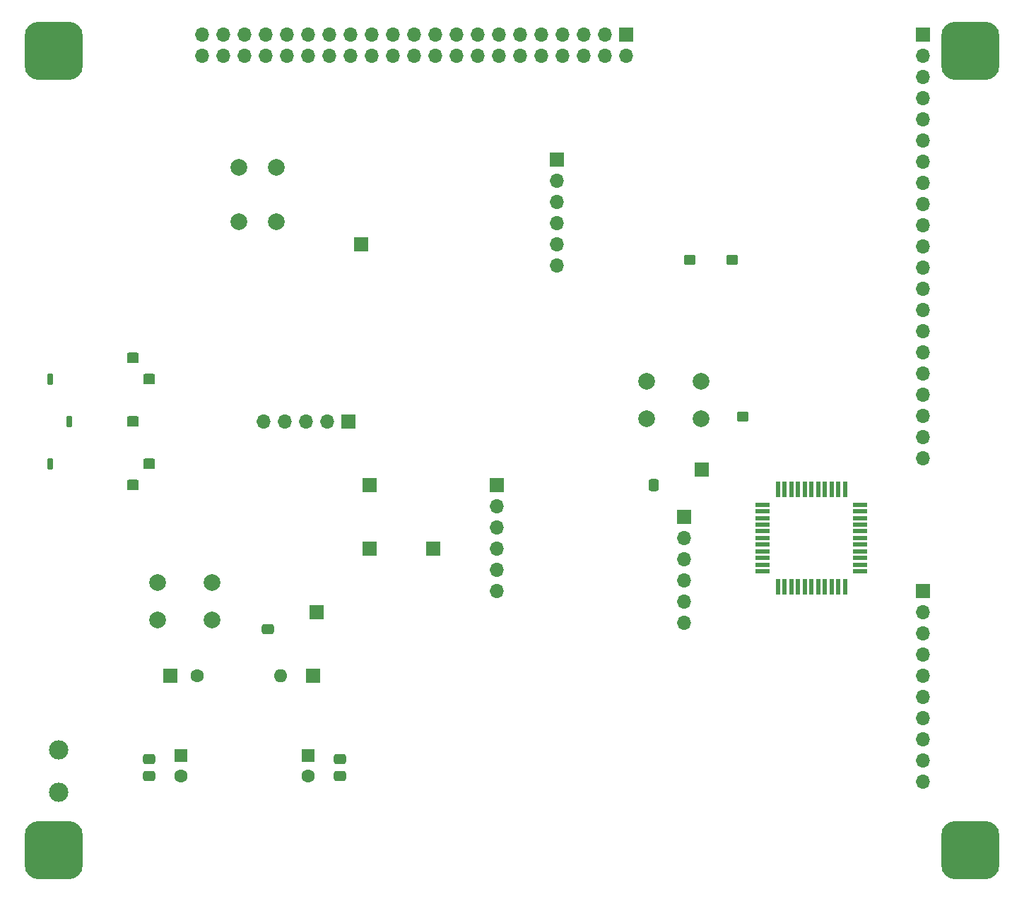
<source format=gbr>
%TF.GenerationSoftware,KiCad,Pcbnew,9.0.0*%
%TF.CreationDate,2025-04-03T15:03:38-06:00*%
%TF.ProjectId,Midi Bass Sch,4d696469-2042-4617-9373-205363682e6b,rev?*%
%TF.SameCoordinates,Original*%
%TF.FileFunction,Soldermask,Bot*%
%TF.FilePolarity,Negative*%
%FSLAX46Y46*%
G04 Gerber Fmt 4.6, Leading zero omitted, Abs format (unit mm)*
G04 Created by KiCad (PCBNEW 9.0.0) date 2025-04-03 15:03:38*
%MOMM*%
%LPD*%
G01*
G04 APERTURE LIST*
G04 Aperture macros list*
%AMRoundRect*
0 Rectangle with rounded corners*
0 $1 Rounding radius*
0 $2 $3 $4 $5 $6 $7 $8 $9 X,Y pos of 4 corners*
0 Add a 4 corners polygon primitive as box body*
4,1,4,$2,$3,$4,$5,$6,$7,$8,$9,$2,$3,0*
0 Add four circle primitives for the rounded corners*
1,1,$1+$1,$2,$3*
1,1,$1+$1,$4,$5*
1,1,$1+$1,$6,$7*
1,1,$1+$1,$8,$9*
0 Add four rect primitives between the rounded corners*
20,1,$1+$1,$2,$3,$4,$5,0*
20,1,$1+$1,$4,$5,$6,$7,0*
20,1,$1+$1,$6,$7,$8,$9,0*
20,1,$1+$1,$8,$9,$2,$3,0*%
G04 Aperture macros list end*
%ADD10RoundRect,1.746250X-1.746250X-1.746250X1.746250X-1.746250X1.746250X1.746250X-1.746250X1.746250X0*%
%ADD11R,1.778000X0.550000*%
%ADD12R,0.550000X1.905000*%
%ADD13R,1.700000X1.700000*%
%ADD14O,1.700000X1.700000*%
%ADD15RoundRect,0.190500X-0.508000X-0.444500X0.508000X-0.444500X0.508000X0.444500X-0.508000X0.444500X0*%
%ADD16RoundRect,0.095250X-0.222250X0.603250X-0.222250X-0.603250X0.222250X-0.603250X0.222250X0.603250X0*%
%ADD17R,1.600000X1.600000*%
%ADD18C,1.600000*%
%ADD19RoundRect,0.250000X0.450000X-0.350000X0.450000X0.350000X-0.450000X0.350000X-0.450000X-0.350000X0*%
%ADD20C,2.000000*%
%ADD21C,2.311400*%
%ADD22RoundRect,0.250000X-0.337500X-0.475000X0.337500X-0.475000X0.337500X0.475000X-0.337500X0.475000X0*%
%ADD23RoundRect,0.250000X-0.475000X0.337500X-0.475000X-0.337500X0.475000X-0.337500X0.475000X0.337500X0*%
%ADD24O,1.600000X1.600000*%
G04 APERTURE END LIST*
D10*
%TO.C,REF\u002A\u002A*%
X199390000Y-131445000D03*
%TD*%
%TO.C,REF\u002A\u002A*%
X199390000Y-227330000D03*
%TD*%
%TO.C,REF\u002A\u002A*%
X89535000Y-227330000D03*
%TD*%
%TO.C,REF\u002A\u002A*%
X89535000Y-131445000D03*
%TD*%
D11*
%TO.C,U3*%
X174498000Y-185865000D03*
X174498000Y-186665000D03*
X174498000Y-187465000D03*
X174498000Y-188265000D03*
X174498000Y-189065000D03*
X174498000Y-189865000D03*
X174498000Y-190665000D03*
X174498000Y-191465000D03*
X174498000Y-192265000D03*
X174498000Y-193065000D03*
X174498000Y-193865000D03*
D12*
X176340000Y-195707000D03*
X177140000Y-195707000D03*
X177940000Y-195707000D03*
X178740000Y-195707000D03*
X179540000Y-195707000D03*
X180340000Y-195707000D03*
X181140000Y-195707000D03*
X181940000Y-195707000D03*
X182740000Y-195707000D03*
X183540000Y-195707000D03*
X184340000Y-195707000D03*
D11*
X186182000Y-193865000D03*
X186182000Y-193065000D03*
X186182000Y-192265000D03*
X186182000Y-191465000D03*
X186182000Y-190665000D03*
X186182000Y-189865000D03*
X186182000Y-189065000D03*
X186182000Y-188265000D03*
X186182000Y-187465000D03*
X186182000Y-186665000D03*
X186182000Y-185865000D03*
D12*
X184340000Y-184023000D03*
X183540000Y-184023000D03*
X182740000Y-184023000D03*
X181940000Y-184023000D03*
X181140000Y-184023000D03*
X180340000Y-184023000D03*
X179540000Y-184023000D03*
X178740000Y-184023000D03*
X177940000Y-184023000D03*
X177140000Y-184023000D03*
X176340000Y-184023000D03*
%TD*%
D13*
%TO.C,J4*%
X158115000Y-129540000D03*
D14*
X158115000Y-132080000D03*
X155575000Y-129540000D03*
X155575000Y-132080000D03*
X153035000Y-129540000D03*
X153035000Y-132080000D03*
X150495000Y-129540000D03*
X150495000Y-132080000D03*
X147955000Y-129540000D03*
X147955000Y-132080000D03*
X145415000Y-129540000D03*
X145415000Y-132080000D03*
X142875000Y-129540000D03*
X142875000Y-132080000D03*
X140335000Y-129540000D03*
X140335000Y-132080000D03*
X137795000Y-129540000D03*
X137795000Y-132080000D03*
X135255000Y-129540000D03*
X135255000Y-132080000D03*
X132715000Y-129540000D03*
X132715000Y-132080000D03*
X130175000Y-129540000D03*
X130175000Y-132080000D03*
X127635000Y-129540000D03*
X127635000Y-132080000D03*
X125095000Y-129540000D03*
X125095000Y-132080000D03*
X122555000Y-129540000D03*
X122555000Y-132080000D03*
X120015000Y-129540000D03*
X120015000Y-132080000D03*
X117475000Y-129540000D03*
X117475000Y-132080000D03*
X114935000Y-129540000D03*
X114935000Y-132080000D03*
X112395000Y-129540000D03*
X112395000Y-132080000D03*
X109855000Y-129540000D03*
X109855000Y-132080000D03*
X107315000Y-129540000D03*
X107315000Y-132080000D03*
%TD*%
D13*
%TO.C,J8*%
X193675000Y-129540000D03*
D14*
X193675000Y-132080000D03*
X193675000Y-134620000D03*
X193675000Y-137160000D03*
X193675000Y-139700000D03*
X193675000Y-142240000D03*
X193675000Y-144780000D03*
X193675000Y-147320000D03*
X193675000Y-149860000D03*
X193675000Y-152400000D03*
X193675000Y-154940000D03*
X193675000Y-157480000D03*
X193675000Y-160020000D03*
X193675000Y-162560000D03*
X193675000Y-165100000D03*
X193675000Y-167640000D03*
X193675000Y-170180000D03*
X193675000Y-172720000D03*
X193675000Y-175260000D03*
X193675000Y-177800000D03*
X193675000Y-180340000D03*
%TD*%
D15*
%TO.C,J1*%
X99060000Y-183515000D03*
X99060000Y-175895000D03*
X99060000Y-168275000D03*
X100965000Y-180975000D03*
X100965000Y-170815000D03*
D16*
X91440000Y-175895000D03*
X89154000Y-170815000D03*
X89154000Y-180975000D03*
%TD*%
D13*
%TO.C,TP8*%
X120650000Y-206375000D03*
%TD*%
%TO.C,TP4*%
X127390000Y-183515000D03*
%TD*%
D17*
%TO.C,C4*%
X104775000Y-215940000D03*
D18*
X104775000Y-218440000D03*
%TD*%
D19*
%TO.C,R17*%
X165735000Y-156505000D03*
%TD*%
D13*
%TO.C,TP7*%
X103505000Y-206375000D03*
%TD*%
%TO.C,SW1*%
X124845000Y-175895000D03*
D14*
X122305000Y-175895000D03*
X119765000Y-175895000D03*
X117225000Y-175895000D03*
X114685000Y-175895000D03*
%TD*%
D17*
%TO.C,C6*%
X120015000Y-215940000D03*
D18*
X120015000Y-218440000D03*
%TD*%
D13*
%TO.C,TP3*%
X127390000Y-191135000D03*
%TD*%
D19*
%TO.C,R19*%
X172085000Y-175355000D03*
%TD*%
D13*
%TO.C,J2*%
X142630000Y-183515000D03*
D14*
X142630000Y-186055000D03*
X142630000Y-188595000D03*
X142630000Y-191135000D03*
X142630000Y-193675000D03*
X142630000Y-196215000D03*
%TD*%
D13*
%TO.C,J7*%
X193675000Y-196215000D03*
D14*
X193675000Y-198755000D03*
X193675000Y-201295000D03*
X193675000Y-203835000D03*
X193675000Y-206375000D03*
X193675000Y-208915000D03*
X193675000Y-211455000D03*
X193675000Y-213995000D03*
X193675000Y-216535000D03*
X193675000Y-219075000D03*
%TD*%
D20*
%TO.C,SW4*%
X160580000Y-171105000D03*
X167080000Y-171105000D03*
X160580000Y-175605000D03*
X167080000Y-175605000D03*
%TD*%
%TO.C,SW2*%
X101990000Y-195235000D03*
X108490000Y-195235000D03*
X101990000Y-199735000D03*
X108490000Y-199735000D03*
%TD*%
D21*
%TO.C,J9*%
X90170000Y-215265000D03*
X90170000Y-220345000D03*
%TD*%
D22*
%TO.C,C3*%
X161460000Y-183515000D03*
%TD*%
D13*
%TO.C,J3*%
X149860000Y-144535000D03*
D14*
X149860000Y-147075000D03*
X149860000Y-149615000D03*
X149860000Y-152155000D03*
X149860000Y-154695000D03*
X149860000Y-157235000D03*
%TD*%
D20*
%TO.C,SW3*%
X116205000Y-145415000D03*
X116205000Y-151915000D03*
X111705000Y-145415000D03*
X111705000Y-151915000D03*
%TD*%
D13*
%TO.C,TP2*%
X121040000Y-198755000D03*
%TD*%
D23*
%TO.C,C1*%
X115198000Y-200830000D03*
%TD*%
D13*
%TO.C,TP6*%
X167202500Y-181695000D03*
%TD*%
%TO.C,TP1*%
X135010000Y-191135000D03*
%TD*%
%TO.C,TP5*%
X126365000Y-154695000D03*
%TD*%
D19*
%TO.C,R18*%
X170815000Y-156505000D03*
%TD*%
D18*
%TO.C,L1*%
X106760000Y-206375000D03*
D24*
X116760000Y-206375000D03*
%TD*%
D13*
%TO.C,J6*%
X165100000Y-187325000D03*
D14*
X165100000Y-189865000D03*
X165100000Y-192405000D03*
X165100000Y-194945000D03*
X165100000Y-197485000D03*
X165100000Y-200025000D03*
%TD*%
D23*
%TO.C,C5*%
X100965000Y-216365000D03*
X100965000Y-218440000D03*
%TD*%
%TO.C,C7*%
X123825000Y-216365000D03*
X123825000Y-218440000D03*
%TD*%
M02*

</source>
